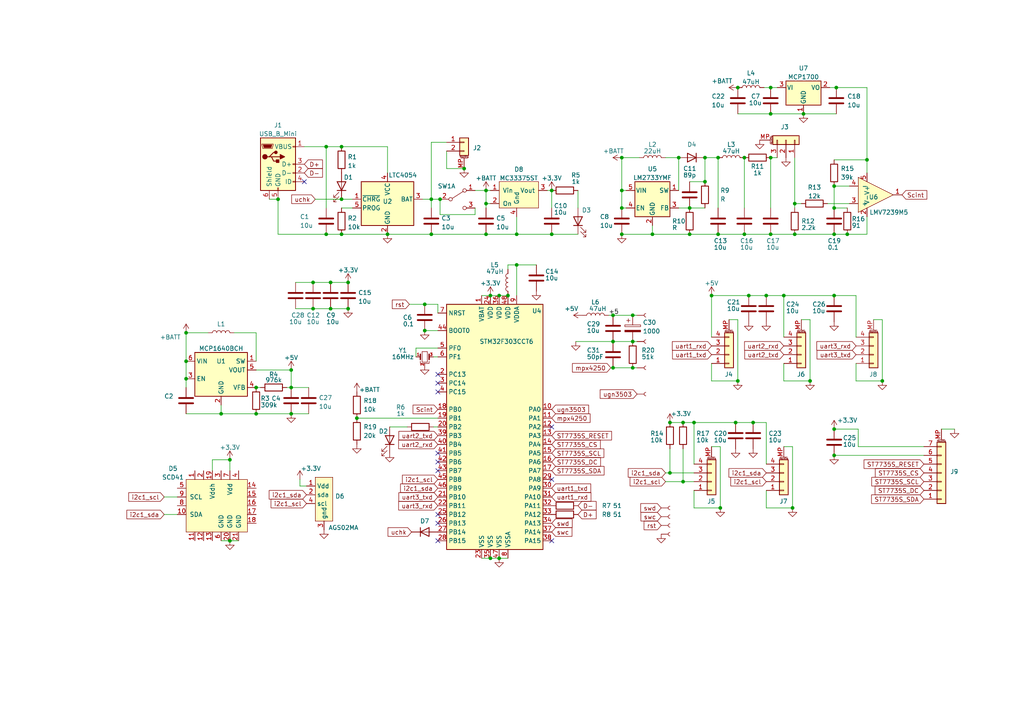
<source format=kicad_sch>
(kicad_sch (version 20211123) (generator eeschema)
  (paper "A4")
  (title_block (title "AirAnalizer") (company "Maniak003"))
  (junction (at 183.515 106.68))
  (junction (at 213.36 122.555))
  (junction (at 180.34 55.245))
  (junction (at 200.025 67.945))
  (junction (at 241.935 60.325))
  (junction (at 196.85 45.72))
  (junction (at 241.935 53.975))
  (junction (at 230.505 67.945))
  (junction (at 194.31 122.555))
  (junction (at 229.87 147.32))
  (junction (at 142.24 85.725))
  (junction (at 227.33 85.725))
  (junction (at 241.935 132.08))
  (junction (at 218.44 122.555))
  (junction (at 206.375 85.725))
  (junction (at 160.02 67.945))
  (junction (at 144.78 161.925))
  (junction (at 95.885 81.915))
  (junction (at 223.52 33.02))
  (junction (at 90.805 81.915))
  (junction (at 160.02 55.245))
  (junction (at 201.295 122.555))
  (junction (at 213.995 110.49))
  (junction (at 74.295 112.395))
  (junction (at 94.615 67.945))
  (junction (at 80.645 57.785))
  (junction (at 189.23 67.945))
  (junction (at 66.675 156.845))
  (junction (at 183.515 91.44))
  (junction (at 217.17 85.725))
  (junction (at 213.995 25.4))
  (junction (at 125.095 57.785))
  (junction (at 100.965 81.915))
  (junction (at 200.025 60.325))
  (junction (at 204.47 52.705))
  (junction (at 112.395 67.945))
  (junction (at 53.975 109.855))
  (junction (at 103.505 121.285))
  (junction (at 84.455 112.395))
  (junction (at 242.57 25.4))
  (junction (at 180.34 45.72))
  (junction (at 177.8 91.44))
  (junction (at 177.8 99.06))
  (junction (at 223.52 25.4))
  (junction (at 230.505 59.055))
  (junction (at 142.24 161.925))
  (junction (at 177.8 106.68))
  (junction (at 245.745 67.945))
  (junction (at 208.915 147.32))
  (junction (at 84.455 120.015))
  (junction (at 95.885 89.535))
  (junction (at 99.06 67.945))
  (junction (at 140.97 59.055))
  (junction (at 255.905 110.49))
  (junction (at 123.19 88.265))
  (junction (at 208.28 67.945))
  (junction (at 53.975 96.52))
  (junction (at 251.46 46.355))
  (junction (at 223.52 45.72))
  (junction (at 140.97 55.245))
  (junction (at 204.47 45.72))
  (junction (at 149.86 76.835))
  (junction (at 241.935 85.725))
  (junction (at 99.06 42.545))
  (junction (at 99.06 57.785))
  (junction (at 64.135 120.015))
  (junction (at 241.935 124.46))
  (junction (at 74.295 120.015))
  (junction (at 123.19 95.885))
  (junction (at 222.25 85.725))
  (junction (at 90.805 89.535))
  (junction (at 215.9 67.945))
  (junction (at 208.28 45.72))
  (junction (at 198.12 122.555))
  (junction (at 84.455 107.315))
  (junction (at 223.52 67.945))
  (junction (at 140.97 67.945))
  (junction (at 183.515 99.06))
  (junction (at 180.34 60.325))
  (junction (at 94.615 42.545))
  (junction (at 198.12 139.7))
  (junction (at 66.675 133.35))
  (junction (at 147.32 85.725))
  (junction (at 233.045 33.02))
  (junction (at 180.34 67.945))
  (junction (at 100.965 89.535))
  (junction (at 194.31 137.16))
  (junction (at 134.62 48.895))
  (junction (at 241.935 67.945))
  (junction (at 53.975 104.775))
  (junction (at 144.78 85.725))
  (junction (at 215.9 45.72))
  (junction (at 125.095 67.945))
  (junction (at 234.95 110.49))
  (junction (at 127.635 57.785))
  (junction (at 149.86 67.945))
  (no_connect (at 127 113.665))
  (no_connect (at 127 136.525))
  (no_connect (at 127 133.985))
  (no_connect (at 160.02 123.825))
  (no_connect (at 127 151.765))
  (no_connect (at 127 111.125))
  (no_connect (at 127 156.845))
  (no_connect (at 160.02 156.845))
  (no_connect (at 127 149.225))
  (no_connect (at 127 131.445))
  (no_connect (at 127 108.585))
  (no_connect (at 88.265 52.705))
  (no_connect (at 160.02 139.065))
  (wire (pts (xy 88.265 42.545) (xy 94.615 42.545)))
  (wire (pts (xy 99.06 57.785) (xy 102.235 57.785)))
  (wire (pts (xy 201.295 122.555) (xy 201.295 134.62)))
  (wire (pts (xy 180.34 55.245) (xy 180.34 60.325)))
  (wire (pts (xy 155.575 76.835) (xy 149.86 76.835)))
  (wire (pts (xy 177.8 106.68) (xy 183.515 106.68)))
  (wire (pts (xy 217.17 85.725) (xy 222.25 85.725)))
  (wire (pts (xy 198.12 139.7) (xy 201.295 139.7)))
  (wire (pts (xy 53.975 109.855) (xy 53.975 112.395)))
  (wire (pts (xy 112.395 50.165) (xy 112.395 42.545)))
  (wire (pts (xy 140.97 55.245) (xy 142.24 55.245)))
  (wire (pts (xy 160.02 67.945) (xy 167.64 67.945)))
  (wire (pts (xy 129.54 43.815) (xy 129.54 48.895)))
  (wire (pts (xy 94.615 42.545) (xy 94.615 60.325)))
  (wire (pts (xy 222.25 122.555) (xy 218.44 122.555)))
  (wire (pts (xy 223.52 25.4) (xy 225.425 25.4)))
  (wire (pts (xy 83.185 112.395) (xy 84.455 112.395)))
  (wire (pts (xy 227.33 129.54) (xy 229.87 129.54)))
  (wire (pts (xy 221.615 25.4) (xy 223.52 25.4)))
  (wire (pts (xy 206.375 129.54) (xy 208.915 129.54)))
  (wire (pts (xy 53.975 120.015) (xy 64.135 120.015)))
  (wire (pts (xy 74.295 112.395) (xy 75.565 112.395)))
  (wire (pts (xy 127 90.805) (xy 127 88.265)))
  (wire (pts (xy 230.505 59.055) (xy 230.505 60.325)))
  (wire (pts (xy 142.24 85.725) (xy 144.78 85.725)))
  (wire (pts (xy 183.515 106.68) (xy 184.785 106.68)))
  (wire (pts (xy 198.12 130.175) (xy 198.12 139.7)))
  (wire (pts (xy 85.725 81.915) (xy 90.805 81.915)))
  (wire (pts (xy 240.03 59.055) (xy 246.38 59.055)))
  (wire (pts (xy 248.285 110.49) (xy 255.905 110.49)))
  (wire (pts (xy 125.73 103.505) (xy 127 103.505)))
  (wire (pts (xy 180.34 45.72) (xy 185.42 45.72)))
  (wire (pts (xy 125.73 123.825) (xy 127 123.825)))
  (wire (pts (xy 84.455 120.015) (xy 89.535 120.015)))
  (wire (pts (xy 222.25 85.725) (xy 227.33 85.725)))
  (wire (pts (xy 230.505 45.72) (xy 230.505 59.055)))
  (wire (pts (xy 94.615 67.945) (xy 99.06 67.945)))
  (wire (pts (xy 112.395 67.945) (xy 125.095 67.945)))
  (wire (pts (xy 85.725 89.535) (xy 90.805 89.535)))
  (wire (pts (xy 213.995 33.02) (xy 223.52 33.02)))
  (wire (pts (xy 241.935 53.975) (xy 241.935 60.325)))
  (wire (pts (xy 234.95 110.49) (xy 234.95 92.71)))
  (wire (pts (xy 222.25 147.32) (xy 229.87 147.32)))
  (wire (pts (xy 215.9 45.72) (xy 215.9 60.325)))
  (wire (pts (xy 99.06 60.325) (xy 102.235 60.325)))
  (wire (pts (xy 248.285 105.41) (xy 248.285 110.49)))
  (wire (pts (xy 180.34 60.325) (xy 181.61 60.325)))
  (wire (pts (xy 149.86 67.945) (xy 140.97 67.945)))
  (wire (pts (xy 189.23 65.405) (xy 189.23 67.945)))
  (wire (pts (xy 125.095 57.785) (xy 127.635 57.785)))
  (wire (pts (xy 194.31 137.16) (xy 201.295 137.16)))
  (wire (pts (xy 118.745 88.265) (xy 123.19 88.265)))
  (wire (pts (xy 251.46 67.945) (xy 245.745 67.945)))
  (wire (pts (xy 139.7 85.725) (xy 142.24 85.725)))
  (wire (pts (xy 189.23 67.945) (xy 200.025 67.945)))
  (wire (pts (xy 204.47 45.72) (xy 204.47 52.705)))
  (wire (pts (xy 223.52 33.02) (xy 233.045 33.02)))
  (wire (pts (xy 137.795 55.245) (xy 140.97 55.245)))
  (wire (pts (xy 240.665 25.4) (xy 242.57 25.4)))
  (wire (pts (xy 47.625 144.145) (xy 51.435 144.145)))
  (wire (pts (xy 88.9 140.97) (xy 86.995 140.97)))
  (wire (pts (xy 230.505 67.945) (xy 241.935 67.945)))
  (wire (pts (xy 208.28 67.945) (xy 215.9 67.945)))
  (wire (pts (xy 78.105 57.785) (xy 80.645 57.785)))
  (wire (pts (xy 61.595 133.35) (xy 66.675 133.35)))
  (wire (pts (xy 201.295 147.32) (xy 208.915 147.32)))
  (wire (pts (xy 180.34 45.72) (xy 180.34 55.245)))
  (wire (pts (xy 215.9 67.945) (xy 223.52 67.945)))
  (wire (pts (xy 248.92 129.54) (xy 248.92 124.46)))
  (wire (pts (xy 66.675 133.35) (xy 66.675 136.525)))
  (wire (pts (xy 193.04 45.72) (xy 196.85 45.72)))
  (wire (pts (xy 53.975 96.52) (xy 53.975 104.775)))
  (wire (pts (xy 64.135 117.475) (xy 64.135 120.015)))
  (wire (pts (xy 53.975 104.775) (xy 53.975 109.855)))
  (wire (pts (xy 112.395 42.545) (xy 99.06 42.545)))
  (wire (pts (xy 201.295 122.555) (xy 213.36 122.555)))
  (wire (pts (xy 158.75 55.245) (xy 160.02 55.245)))
  (wire (pts (xy 213.36 122.555) (xy 218.44 122.555)))
  (wire (pts (xy 176.53 91.44) (xy 177.8 91.44)))
  (wire (pts (xy 140.97 59.055) (xy 140.97 60.325)))
  (wire (pts (xy 61.595 136.525) (xy 61.595 133.35)))
  (wire (pts (xy 147.32 76.835) (xy 147.32 78.105)))
  (wire (pts (xy 248.92 124.46) (xy 241.935 124.46)))
  (wire (pts (xy 74.295 107.315) (xy 84.455 107.315)))
  (wire (pts (xy 144.78 161.925) (xy 147.32 161.925)))
  (wire (pts (xy 127 100.965) (xy 120.65 100.965)))
  (wire (pts (xy 227.33 110.49) (xy 234.95 110.49)))
  (wire (pts (xy 183.515 91.44) (xy 184.785 91.44)))
  (wire (pts (xy 201.295 122.555) (xy 198.12 122.555)))
  (wire (pts (xy 242.57 25.4) (xy 251.46 25.4)))
  (wire (pts (xy 123.19 95.885) (xy 127 95.885)))
  (wire (pts (xy 227.33 85.725) (xy 227.33 97.79)))
  (wire (pts (xy 200.025 52.705) (xy 204.47 52.705)))
  (wire (pts (xy 177.165 106.68) (xy 177.8 106.68)))
  (wire (pts (xy 80.645 57.785) (xy 80.645 67.945)))
  (wire (pts (xy 201.295 142.24) (xy 201.295 147.32)))
  (wire (pts (xy 241.935 53.975) (xy 246.38 53.975)))
  (wire (pts (xy 211.455 92.71) (xy 213.995 92.71)))
  (wire (pts (xy 125.095 41.275) (xy 125.095 57.785)))
  (wire (pts (xy 137.795 60.325) (xy 137.795 62.23)))
  (wire (pts (xy 222.25 142.24) (xy 222.25 147.32)))
  (wire (pts (xy 99.06 67.945) (xy 112.395 67.945)))
  (wire (pts (xy 241.935 46.355) (xy 251.46 46.355)))
  (wire (pts (xy 142.24 161.925) (xy 144.78 161.925)))
  (wire (pts (xy 95.885 89.535) (xy 100.965 89.535)))
  (wire (pts (xy 251.46 62.865) (xy 251.46 67.945)))
  (wire (pts (xy 180.34 67.945) (xy 189.23 67.945)))
  (wire (pts (xy 66.675 156.845) (xy 69.215 156.845)))
  (wire (pts (xy 84.455 107.315) (xy 84.455 112.395)))
  (wire (pts (xy 167.005 99.06) (xy 177.8 99.06)))
  (wire (pts (xy 60.325 96.52) (xy 53.975 96.52)))
  (wire (pts (xy 229.87 129.54) (xy 229.87 147.32)))
  (wire (pts (xy 248.285 85.725) (xy 241.935 85.725)))
  (wire (pts (xy 251.46 25.4) (xy 251.46 46.355)))
  (wire (pts (xy 144.78 85.725) (xy 147.32 85.725)))
  (wire (pts (xy 206.375 105.41) (xy 206.375 110.49)))
  (wire (pts (xy 241.935 132.08) (xy 267.97 132.08)))
  (wire (pts (xy 125.095 67.945) (xy 140.97 67.945)))
  (wire (pts (xy 84.455 112.395) (xy 89.535 112.395)))
  (wire (pts (xy 125.095 57.785) (xy 125.095 60.325)))
  (wire (pts (xy 127.635 62.23) (xy 127.635 57.785)))
  (wire (pts (xy 90.805 81.915) (xy 95.885 81.915)))
  (wire (pts (xy 139.7 161.925) (xy 142.24 161.925)))
  (wire (pts (xy 193.04 139.7) (xy 198.12 139.7)))
  (wire (pts (xy 95.885 81.915) (xy 100.965 81.915)))
  (wire (pts (xy 206.375 85.725) (xy 206.375 97.79)))
  (wire (pts (xy 103.505 121.285) (xy 127 121.285)))
  (wire (pts (xy 204.47 60.325) (xy 200.025 60.325)))
  (wire (pts (xy 137.795 62.23) (xy 127.635 62.23)))
  (wire (pts (xy 94.615 42.545) (xy 99.06 42.545)))
  (wire (pts (xy 80.645 67.945) (xy 94.615 67.945)))
  (wire (pts (xy 140.97 55.245) (xy 140.97 59.055)))
  (wire (pts (xy 276.86 124.46) (xy 273.05 124.46)))
  (wire (pts (xy 223.52 45.72) (xy 223.52 60.325)))
  (wire (pts (xy 208.28 45.72) (xy 208.28 60.325)))
  (wire (pts (xy 200.025 67.945) (xy 208.28 67.945)))
  (wire (pts (xy 122.555 57.785) (xy 125.095 57.785)))
  (wire (pts (xy 129.54 48.895) (xy 134.62 48.895)))
  (wire (pts (xy 223.52 67.945) (xy 230.505 67.945)))
  (wire (pts (xy 241.935 60.325) (xy 245.745 60.325)))
  (wire (pts (xy 149.86 62.865) (xy 149.86 67.945)))
  (wire (pts (xy 253.365 92.71) (xy 255.905 92.71)))
  (wire (pts (xy 91.44 57.785) (xy 99.06 57.785)))
  (wire (pts (xy 67.945 96.52) (xy 74.295 96.52)))
  (wire (pts (xy 194.31 130.175) (xy 194.31 137.16)))
  (wire (pts (xy 64.135 156.845) (xy 66.675 156.845)))
  (wire (pts (xy 204.47 45.72) (xy 208.28 45.72)))
  (wire (pts (xy 129.54 41.275) (xy 125.095 41.275)))
  (wire (pts (xy 227.33 85.725) (xy 241.935 85.725)))
  (wire (pts (xy 127 88.265) (xy 123.19 88.265)))
  (wire (pts (xy 223.52 45.72) (xy 225.425 45.72)))
  (wire (pts (xy 196.85 45.72) (xy 196.85 55.245)))
  (wire (pts (xy 74.295 120.015) (xy 84.455 120.015)))
  (wire (pts (xy 233.045 33.02) (xy 242.57 33.02)))
  (wire (pts (xy 213.995 92.71) (xy 213.995 110.49)))
  (wire (pts (xy 113.03 123.825) (xy 118.11 123.825)))
  (wire (pts (xy 86.995 140.97) (xy 86.995 139.065)))
  (wire (pts (xy 196.85 60.325) (xy 200.025 60.325)))
  (wire (pts (xy 227.33 105.41) (xy 227.33 110.49)))
  (wire (pts (xy 241.935 67.945) (xy 245.745 67.945)))
  (wire (pts (xy 255.905 92.71) (xy 255.905 110.49)))
  (wire (pts (xy 208.915 129.54) (xy 208.915 147.32)))
  (wire (pts (xy 160.02 55.245) (xy 160.02 60.325)))
  (wire (pts (xy 47.625 149.225) (xy 51.435 149.225)))
  (wire (pts (xy 177.8 91.44) (xy 183.515 91.44)))
  (wire (pts (xy 193.04 137.16) (xy 194.31 137.16)))
  (wire (pts (xy 120.65 100.965) (xy 120.65 103.505)))
  (wire (pts (xy 149.86 76.835) (xy 149.86 85.725)))
  (wire (pts (xy 230.505 59.055) (xy 232.41 59.055)))
  (wire (pts (xy 206.375 110.49) (xy 213.995 110.49)))
  (wire (pts (xy 184.785 99.06) (xy 183.515 99.06)))
  (wire (pts (xy 140.97 59.055) (xy 142.24 59.055)))
  (wire (pts (xy 90.805 89.535) (xy 95.885 89.535)))
  (wire (pts (xy 248.285 85.725) (xy 248.285 97.79)))
  (wire (pts (xy 180.34 55.245) (xy 181.61 55.245)))
  (wire (pts (xy 177.8 99.06) (xy 183.515 99.06)))
  (wire (pts (xy 251.46 46.355) (xy 251.46 50.165)))
  (wire (pts (xy 64.135 120.015) (xy 74.295 120.015)))
  (wire (pts (xy 149.86 67.945) (xy 160.02 67.945)))
  (wire (pts (xy 267.97 129.54) (xy 248.92 129.54)))
  (wire (pts (xy 222.25 134.62) (xy 222.25 122.555)))
  (wire (pts (xy 149.86 76.835) (xy 147.32 76.835)))
  (wire (pts (xy 194.31 122.555) (xy 198.12 122.555)))
  (wire (pts (xy 74.295 96.52) (xy 74.295 104.775)))
  (wire (pts (xy 232.41 92.71) (xy 234.95 92.71)))
  (wire (pts (xy 206.375 85.725) (xy 217.17 85.725)))
  (wire (pts (xy 167.64 55.245) (xy 167.64 60.325)))
  (label "+5" (at 176.53 91.44 0))
  (global_label "i2c1_scl" (shape input) (at 88.9 146.05 180) (property "Обозначения листов" "${INTERSHEET_REFS}" (effects hide)))
  (global_label "D+" (shape input) (at 88.265 47.625 0) (property "Обозначения листов" "${INTERSHEET_REFS}" (effects hide)))
  (global_label "ST7735S_DC" (shape input) (at 160.02 133.985 0) (property "Обозначения листов" "${INTERSHEET_REFS}" (effects hide)))
  (global_label "ST7735S_DC" (shape input) (at 267.97 142.24 180) (property "Обозначения листов" "${INTERSHEET_REFS}" (effects hide)))
  (global_label "uart2_rxd" (shape input) (at 127 128.905 180) (property "Обозначения листов" "${INTERSHEET_REFS}" (effects hide)))
  (global_label "swc" (shape input) (at 191.77 149.86 180) (property "Обозначения листов" "${INTERSHEET_REFS}" (effects hide)))
  (global_label "swc" (shape input) (at 160.02 154.305 0) (property "Обозначения листов" "${INTERSHEET_REFS}" (effects hide)))
  (global_label "mpx4250" (shape input) (at 160.02 121.285 0) (property "Обозначения листов" "${INTERSHEET_REFS}" (effects hide)))
  (global_label "ugn3503" (shape input) (at 184.785 114.3 180) (property "Обозначения листов" "${INTERSHEET_REFS}" (effects hide)))
  (global_label "ST7735S_SDA" (shape input) (at 160.02 136.525 0) (property "Обозначения листов" "${INTERSHEET_REFS}" (effects hide)))
  (global_label "i2c1_sda" (shape input) (at 47.625 149.225 180) (property "Обозначения листов" "${INTERSHEET_REFS}" (effects hide)))
  (global_label "swd" (shape input) (at 191.77 147.32 180) (property "Обозначения листов" "${INTERSHEET_REFS}" (effects hide)))
  (global_label "uchk" (shape input) (at 91.44 57.785 180) (property "Обозначения листов" "${INTERSHEET_REFS}" (effects hide)))
  (global_label "rst" (shape input) (at 118.745 88.265 180) (property "Обозначения листов" "${INTERSHEET_REFS}" (effects hide)))
  (global_label "i2c1_sda" (shape input) (at 193.04 137.16 180) (property "Обозначения листов" "${INTERSHEET_REFS}" (effects hide)))
  (global_label "i2c1_scl" (shape input) (at 47.625 144.145 180) (property "Обозначения листов" "${INTERSHEET_REFS}" (effects hide)))
  (global_label "Scint" (shape input) (at 261.62 56.515 0) (property "Обозначения листов" "${INTERSHEET_REFS}" (effects hide)))
  (global_label "uart3_txd" (shape input) (at 248.285 102.87 180) (property "Обозначения листов" "${INTERSHEET_REFS}" (effects hide)))
  (global_label "ST7735S_SCL" (shape input) (at 160.02 131.445 0) (property "Обозначения листов" "${INTERSHEET_REFS}" (effects hide)))
  (global_label "uart1_txd" (shape input) (at 206.375 102.87 180) (property "Обозначения листов" "${INTERSHEET_REFS}" (effects hide)))
  (global_label "swd" (shape input) (at 160.02 151.765 0) (property "Обозначения листов" "${INTERSHEET_REFS}" (effects hide)))
  (global_label "i2c1_scl" (shape input) (at 193.04 139.7 180) (property "Обозначения листов" "${INTERSHEET_REFS}" (effects hide)))
  (global_label "i2c1_scl" (shape input) (at 127 139.065 180) (property "Обозначения листов" "${INTERSHEET_REFS}" (effects hide)))
  (global_label "rst" (shape input) (at 191.77 152.4 180) (property "Обозначения листов" "${INTERSHEET_REFS}" (effects hide)))
  (global_label "i2c1_scl" (shape input) (at 222.25 139.7 180) (property "Обозначения листов" "${INTERSHEET_REFS}" (effects hide)))
  (global_label "ST7735S_SDA" (shape input) (at 267.97 144.78 180) (property "Обозначения листов" "${INTERSHEET_REFS}" (effects hide)))
  (global_label "i2c1_sda" (shape input) (at 222.25 137.16 180) (property "Обозначения листов" "${INTERSHEET_REFS}" (effects hide)))
  (global_label "uart3_rxd" (shape input) (at 127 146.685 180) (property "Обозначения листов" "${INTERSHEET_REFS}" (effects hide)))
  (global_label "mpx4250" (shape input) (at 177.165 106.68 180) (property "Обозначения листов" "${INTERSHEET_REFS}" (effects hide)))
  (global_label "Scint" (shape input) (at 127 118.745 180) (property "Обозначения листов" "${INTERSHEET_REFS}" (effects hide)))
  (global_label "ST7735S_SCL" (shape input) (at 267.97 139.7 180) (property "Обозначения листов" "${INTERSHEET_REFS}" (effects hide)))
  (global_label "uchk" (shape input) (at 119.38 154.305 180) (property "Обозначения листов" "${INTERSHEET_REFS}" (effects hide)))
  (global_label "ugn3503" (shape input) (at 160.02 118.745 0) (property "Обозначения листов" "${INTERSHEET_REFS}" (effects hide)))
  (global_label "ST7735S_CS" (shape input) (at 267.97 137.16 180) (property "Обозначения листов" "${INTERSHEET_REFS}" (effects hide)))
  (global_label "uart1_rxd" (shape input) (at 160.02 144.145 0) (property "Обозначения листов" "${INTERSHEET_REFS}" (effects hide)))
  (global_label "uart2_txd" (shape input) (at 227.33 102.87 180) (property "Обозначения листов" "${INTERSHEET_REFS}" (effects hide)))
  (global_label "D+" (shape input) (at 167.64 149.225 0) (property "Обозначения листов" "${INTERSHEET_REFS}" (effects hide)))
  (global_label "uart3_rxd" (shape input) (at 248.285 100.33 180) (property "Обозначения листов" "${INTERSHEET_REFS}" (effects hide)))
  (global_label "ST7735S_CS" (shape input) (at 160.02 128.905 0) (property "Обозначения листов" "${INTERSHEET_REFS}" (effects hide)))
  (global_label "ST7735S_RESET" (shape input) (at 160.02 126.365 0) (property "Обозначения листов" "${INTERSHEET_REFS}" (effects hide)))
  (global_label "ST7735S_RESET" (shape input) (at 267.97 134.62 180) (property "Обозначения листов" "${INTERSHEET_REFS}" (effects hide)))
  (global_label "uart1_txd" (shape input) (at 160.02 141.605 0) (property "Обозначения листов" "${INTERSHEET_REFS}" (effects hide)))
  (global_label "i2c1_sda" (shape input) (at 88.9 143.51 180) (property "Обозначения листов" "${INTERSHEET_REFS}" (effects hide)))
  (global_label "i2c1_sda" (shape input) (at 127 141.605 180) (property "Обозначения листов" "${INTERSHEET_REFS}" (effects hide)))
  (global_label "uart1_rxd" (shape input) (at 206.375 100.33 180) (property "Обозначения листов" "${INTERSHEET_REFS}" (effects hide)))
  (global_label "D-" (shape input) (at 167.64 146.685 0) (property "Обозначения листов" "${INTERSHEET_REFS}" (effects hide)))
  (global_label "uart2_rxd" (shape input) (at 227.33 100.33 180) (property "Обозначения листов" "${INTERSHEET_REFS}" (effects hide)))
  (global_label "uart2_txd" (shape input) (at 127 126.365 180) (property "Обозначения листов" "${INTERSHEET_REFS}" (effects hide)))
  (global_label "D-" (shape input) (at 88.265 50.165 0) (property "Обозначения листов" "${INTERSHEET_REFS}" (effects hide)))
  (global_label "uart3_txd" (shape input) (at 127 144.145 180) (property "Обозначения листов" "${INTERSHEET_REFS}" (effects hide)))
  (symbol (lib_id "My-Library:AGS02MA") (at 93.98 144.78 0) (unit 1)
    (property "Reference" "D6" (at 97.2312 143.9453 0) (effects (justify left)))
    (property "Value" "AGS02MA" (at 95.25 153.035 0) (effects (justify left)))
    (property "Footprint" "lib:AGS02MA" (effects hide))
  )
  (symbol (lib_id "Device:R") (at 194.31 126.365 180) (unit 1)
    (property "Reference" "R14" (at 188.595 125.73 0) (effects (justify right)))
    (property "Value" "10k" (at 188.595 127.635 0) (effects (justify right)))
    (property "Footprint" "Resistor_SMD:R_0603_1608Metric" (effects hide))
  )
  (symbol (lib_id "power:+3.3V") (at 100.965 81.915 0) (unit 1)
    (property "Reference" "#PWR0110" (effects hide))
    (property "Value" "+3.3V" (at 100.965 78.3392 0))
  )
  (symbol (lib_id "power:+BATT") (at 180.34 45.72 90) (unit 1)
    (property "Reference" "#PWR0115" (effects hide))
    (property "Value" "+BATT" (at 180.975 43.815 90) (effects (justify left)))
  )
  (symbol (lib_id "power:GND") (at 229.87 147.32 0) (unit 1)
    (property "Reference" "#PWR0141" (effects hide))
    (property "Value" "GND" (effects hide))
  )
  (symbol (lib_id "Device:C") (at 89.535 116.205 0) (unit 1)
    (property "Reference" "C27" (at 92.456 115.3703 0) (effects (justify left)))
    (property "Value" "10u" (at 92.456 117.9072 0) (effects (justify left)))
    (property "Footprint" "Capacitor_SMD:C_0805_2012Metric" (effects hide))
  )
  (symbol (lib_id "Device:C") (at 241.935 89.535 0) (unit 1)
    (property "Reference" "C26" (at 235.585 88.265 0) (effects (justify left)))
    (property "Value" "10u" (at 235.585 90.17 0) (effects (justify left)))
    (property "Footprint" "Capacitor_SMD:C_0805_2012Metric" (effects hide))
  )
  (symbol (lib_id "My-Library:Conn") (at 187.325 114.3 0) (unit 1)
    (property "Reference" "J17" (effects hide))
    (property "Value" "Conn" (effects hide))
    (property "Footprint" "MyLibrary:mini_conn" (effects hide))
  )
  (symbol (lib_id "Device:R") (at 103.505 117.475 180) (unit 1)
    (property "Reference" "R18" (at 105.41 116.2049 0) (effects (justify right)))
    (property "Value" "10k" (at 105.41 118.7449 0) (effects (justify right)))
    (property "Footprint" "Resistor_SMD:R_0603_1608Metric" (effects hide))
  )
  (symbol (lib_id "power:+3.3V") (at 142.24 85.725 0) (unit 1)
    (property "Reference" "#PWR0101" (effects hide))
    (property "Value" "+3.3V" (at 142.24 82.1492 0))
  )
  (symbol (lib_id "Device:R") (at 230.505 64.135 180) (unit 1)
    (property "Reference" "R12" (at 232.41 64.135 0) (effects (justify right)))
    (property "Value" "2.2k" (at 232.41 66.04 0) (effects (justify right)))
    (property "Footprint" "Resistor_SMD:R_0603_1608Metric" (effects hide))
  )
  (symbol (lib_id "Device:C") (at 222.25 89.535 0) (unit 1)
    (property "Reference" "C24" (at 227.965 88.265 0) (effects (justify left)))
    (property "Value" "10u" (at 227.965 90.17 0) (effects (justify left)))
    (property "Footprint" "Capacitor_SMD:C_0805_2012Metric" (effects hide))
  )
  (symbol (lib_id "power:GND") (at 123.19 106.045 0) (unit 1)
    (property "Reference" "#PWR0103" (effects hide))
    (property "Value" "GND" (effects hide))
  )
  (symbol (lib_id "power:GND") (at 123.19 95.885 0) (unit 1)
    (property "Reference" "#PWR0104" (effects hide))
    (property "Value" "GND" (effects hide))
  )
  (symbol (lib_id "Device:R") (at 121.92 123.825 90) (unit 1)
    (property "Reference" "R6" (at 116.205 118.11 90))
    (property "Value" "1k" (at 116.205 120.015 90))
    (property "Footprint" "Resistor_SMD:R_0603_1608Metric" (effects hide))
  )
  (symbol (lib_id "Device:C") (at 213.995 29.21 0) (unit 1)
    (property "Reference" "C22" (at 206.375 27.94 0) (effects (justify left)))
    (property "Value" "10u" (at 206.375 30.48 0) (effects (justify left)))
    (property "Footprint" "Capacitor_SMD:C_0805_2012Metric" (effects hide))
  )
  (symbol (lib_id "power:+BATT") (at 103.505 113.665 0) (unit 1)
    (property "Reference" "#PWR02" (effects hide))
    (property "Value" "+BATT" (at 104.14 113.03 0) (effects (justify left)))
  )
  (symbol (lib_id "Device:C") (at 242.57 29.21 0) (unit 1)
    (property "Reference" "C18" (at 245.745 27.94 0) (effects (justify left)))
    (property "Value" "10u" (at 245.745 30.48 0) (effects (justify left)))
    (property "Footprint" "Capacitor_SMD:C_0805_2012Metric" (effects hide))
  )
  (symbol (lib_id "Device:C_Polarized") (at 183.515 95.25 0) (unit 1)
    (property "Reference" "C30" (at 186.436 93.5263 0) (effects (justify left)))
    (property "Value" "1000" (at 186.436 96.0632 0) (effects (justify left)))
    (property "Footprint" "Capacitor_Tantalum_SMD:CP_EIA-7343-30_AVX-N" (effects hide))
  )
  (symbol (lib_id "power:GND") (at 93.98 153.67 0) (unit 1)
    (property "Reference" "#PWR0135" (effects hide))
    (property "Value" "GND" (effects hide))
  )
  (symbol (lib_id "Device:LED") (at 113.03 127.635 270) (mirror x) (unit 1)
    (property "Reference" "D2" (at 109.855 125.095 90) (effects (justify left)))
    (property "Value" "LED" (effects hide))
    (property "Footprint" "LED_SMD:LED_0805_2012Metric" (effects hide))
  )
  (symbol (lib_id "My-Library:LMV7239M5") (at 252.73 56.515 0) (unit 1)
    (property "Reference" "U6" (at 253.365 57.15 0))
    (property "Value" "LMV7239M5" (at 257.81 61.595 0))
    (property "Footprint" "Package_TO_SOT_SMD:SOT-23-5" (effects hide))
  )
  (symbol (lib_id "My-Library:Conn") (at 194.31 149.86 0) (unit 1)
    (property "Reference" "J11" (effects hide))
    (property "Value" "Conn" (effects hide))
    (property "Footprint" "lib:conn_mini" (effects hide))
  )
  (symbol (lib_id "Device:R") (at 241.935 50.165 0) (unit 1)
    (property "Reference" "R15" (at 243.84 48.8949 0) (effects (justify left)))
    (property "Value" "39k" (at 243.84 51.4349 0) (effects (justify left)))
    (property "Footprint" "Resistor_SMD:R_0603_1608Metric" (effects hide))
  )
  (symbol (lib_id "My-Library:Conn") (at 187.325 91.44 0) (unit 1)
    (property "Reference" "J16" (effects hide))
    (property "Value" "Conn" (effects hide))
    (property "Footprint" "lib:conn_mini" (effects hide))
  )
  (symbol (lib_id "Device:C") (at 223.52 64.135 0) (unit 1)
    (property "Reference" "C17" (at 222.25 69.85 0) (effects (justify left)))
    (property "Value" "10u" (at 222.25 71.755 0) (effects (justify left)))
    (property "Footprint" "Capacitor_SMD:C_1210_3225Metric" (effects hide))
  )
  (symbol (lib_id "Device:C") (at 218.44 126.365 0) (unit 1)
    (property "Reference" "C23" (at 222.885 125.73 0) (effects (justify left)))
    (property "Value" "10u" (at 222.885 127.635 0) (effects (justify left)))
    (property "Footprint" "Capacitor_SMD:C_0805_2012Metric" (effects hide))
  )
  (symbol (lib_id "Device:C") (at 140.97 64.135 0) (unit 1)
    (property "Reference" "C5" (at 143.891 63.3003 0) (effects (justify left)))
    (property "Value" "10u" (at 143.891 65.8372 0) (effects (justify left)))
    (property "Footprint" "Capacitor_SMD:C_0805_2012Metric" (effects hide))
  )
  (symbol (lib_id "power:+3.3V") (at 194.31 122.555 0) (unit 1)
    (property "Reference" "#PWR0120" (effects hide))
    (property "Value" "+3.3V" (at 197.485 120.015 0))
  )
  (symbol (lib_id "Device:L") (at 189.23 45.72 90) (unit 1)
    (property "Reference" "L2" (at 189.23 41.91 90))
    (property "Value" "22uH" (at 189.23 43.815 90))
    (property "Footprint" "Inductor_SMD:L_1210_3225Metric" (effects hide))
  )
  (symbol (lib_id "power:+5V") (at 206.375 85.725 0) (unit 1)
    (property "Reference" "#PWR0123" (effects hide))
    (property "Value" "+5V" (at 206.375 82.1492 0))
  )
  (symbol (lib_id "Device:C") (at 215.9 64.135 0) (unit 1)
    (property "Reference" "C16" (at 214.63 69.85 0) (effects (justify left)))
    (property "Value" "10u" (at 214.63 71.755 0) (effects (justify left)))
    (property "Footprint" "Capacitor_SMD:C_1210_3225Metric" (effects hide))
  )
  (symbol (lib_id "Device:R") (at 219.71 45.72 90) (unit 1)
    (property "Reference" "R11" (at 219.71 48.26 90))
    (property "Value" "1k" (at 219.71 50.165 90))
    (property "Footprint" "Resistor_SMD:R_0603_1608Metric" (effects hide))
  )
  (symbol (lib_id "power:GND") (at 112.395 67.945 0) (unit 1)
    (property "Reference" "#PWR0105" (effects hide))
    (property "Value" "GND" (effects hide))
  )
  (symbol (lib_id "Connector:USB_B_Mini") (at 80.645 47.625 0) (unit 1)
    (property "Reference" "J1" (at 80.645 36.3052 0))
    (property "Value" "USB_B_Mini" (at 80.645 38.8421 0))
    (property "Footprint" "Connector_USB:USB_Micro-B_Amphenol_10104110_Horizontal" (effects hide))
  )
  (symbol (lib_id "power:GND") (at 255.905 110.49 0) (unit 1)
    (property "Reference" "#PWR0142" (effects hide))
    (property "Value" "GND" (effects hide))
  )
  (symbol (lib_id "My-Library:SW_DPDT_x2") (at 132.715 57.785 0) (unit 1)
    (property "Reference" "SW1" (at 129.54 53.975 0))
    (property "Value" "SW_DPDT_x2" (effects hide))
    (property "Footprint" "lib:MySwithc" (effects hide))
  )
  (symbol (lib_id "My-Library:SCD41") (at 61.595 146.685 0) (unit 1)
    (property "Reference" "D5" (at 50.1763 135.8985 0))
    (property "Value" "SCD41" (at 50.1763 138.4354 0))
    (property "Footprint" "lib:SCD41" (effects hide))
  )
  (symbol (lib_id "Device:L") (at 64.135 96.52 90) (unit 1)
    (property "Reference" "L1" (at 64.135 93.98 90))
    (property "Value" "4.7uH" (effects hide))
    (property "Footprint" "Inductor_SMD:L_Ferrocore_DLG-0403" (effects hide))
  )
  (symbol (lib_id "Device:D") (at 123.19 154.305 0) (unit 1)
    (property "Reference" "D7" (at 123.19 151.13 0))
    (property "Value" "D" (effects hide))
    (property "Footprint" "Diode_SMD:D_SOD-323" (effects hide))
  )
  (symbol (lib_id "power:GND") (at 241.935 132.08 0) (unit 1)
    (property "Reference" "#PWR0132" (effects hide))
    (property "Value" "GND" (effects hide))
  )
  (symbol (lib_id "power:GND") (at 180.34 67.945 0) (unit 1)
    (property "Reference" "#PWR0114" (effects hide))
    (property "Value" "GND" (effects hide))
  )
  (symbol (lib_id "power:GND") (at 276.86 124.46 0) (unit 1)
    (property "Reference" "#PWR0143" (effects hide))
    (property "Value" "GND" (effects hide))
  )
  (symbol (lib_id "Connector_Generic_MountingPin:Conn_01x07_MountingPin") (at 273.05 137.16 0) (mirror x) (unit 1)
    (property "Reference" "J9" (at 275.59 136.8043 0) (effects (justify left)))
    (property "Value" "Conn_01x07_MountingPin" (effects hide))
    (property "Footprint" "Connector_JST:JST_GH_BM07B-GHS-TBT_1x07-1MP_P1.25mm_Vertical" (effects hide))
  )
  (symbol (lib_id "power:+3.3V") (at 241.935 124.46 0) (unit 1)
    (property "Reference" "#PWR0129" (effects hide))
    (property "Value" "+3.3V" (at 245.745 121.92 0))
  )
  (symbol (lib_id "power:GND") (at 213.36 130.175 0) (unit 1)
    (property "Reference" "#PWR0126" (effects hide))
    (property "Value" "GND" (effects hide))
  )
  (symbol (lib_id "Device:R") (at 99.06 64.135 0) (unit 1)
    (property "Reference" "R2" (at 100.838 63.3003 0) (effects (justify left)))
    (property "Value" "10k" (at 100.838 65.8372 0) (effects (justify left)))
    (property "Footprint" "Resistor_SMD:R_0603_1608Metric" (effects hide))
  )
  (symbol (lib_id "My-Library:Conn") (at 194.31 154.94 0) (unit 1)
    (property "Reference" "J13" (effects hide))
    (property "Value" "Conn" (effects hide))
    (property "Footprint" "lib:conn_mini" (effects hide))
  )
  (symbol (lib_id "power:+3.3V") (at 86.995 139.065 0) (unit 1)
    (property "Reference" "#PWR0133" (effects hide))
    (property "Value" "+3.3V" (at 90.17 135.89 0))
  )
  (symbol (lib_id "Device:C") (at 155.575 80.645 0) (unit 1)
    (property "Reference" "C14" (at 158.115 78.74 0) (effects (justify left)))
    (property "Value" "10u" (at 158.115 80.645 0) (effects (justify left)))
    (property "Footprint" "Capacitor_SMD:C_0603_1608Metric" (effects hide))
  )
  (symbol (lib_id "Device:C") (at 241.935 64.135 0) (unit 1)
    (property "Reference" "C19" (at 240.03 69.85 0) (effects (justify left)))
    (property "Value" "0.1" (at 240.03 71.755 0) (effects (justify left)))
    (property "Footprint" "Capacitor_SMD:C_0603_1608Metric" (effects hide))
  )
  (symbol (lib_id "Device:C") (at 85.725 85.725 0) (unit 1)
    (property "Reference" "C28" (at 84.455 91.44 0) (effects (justify left)))
    (property "Value" "10u" (at 83.82 93.345 0) (effects (justify left)))
    (property "Footprint" "Capacitor_SMD:C_0603_1608Metric" (effects hide))
  )
  (symbol (lib_id "Connector_Generic_MountingPin:Conn_01x04_MountingPin") (at 232.41 102.87 0) (mirror x) (unit 1)
    (property "Reference" "J6" (at 231.14 108.585 0) (effects (justify left)))
    (property "Value" "Conn_01x04_MountingPin" (effects hide))
    (property "Footprint" "Connector_JST:JST_GH_BM04B-GHS-TBT_1x04-1MP_P1.25mm_Vertical" (effects hide))
  )
  (symbol (lib_id "Device:C") (at 94.615 64.135 0) (unit 1)
    (property "Reference" "C1" (at 86.995 62.865 0) (effects (justify left)))
    (property "Value" "10u" (at 86.995 65.405 0) (effects (justify left)))
    (property "Footprint" "Capacitor_SMD:C_0805_2012Metric" (effects hide))
  )
  (symbol (lib_id "Device:C") (at 100.965 85.725 0) (unit 1)
    (property "Reference" "C15" (at 103.886 84.8903 0) (effects (justify left)))
    (property "Value" "10u" (at 103.886 87.4272 0) (effects (justify left)))
    (property "Footprint" "Capacitor_SMD:C_0805_2012Metric" (effects hide))
  )
  (symbol (lib_id "Device:L") (at 147.32 81.915 180) (unit 1)
    (property "Reference" "L5" (at 142.24 76.835 0) (effects (justify right)))
    (property "Value" "47uH" (at 140.97 78.74 0) (effects (justify right)))
    (property "Footprint" "Inductor_SMD:L_0805_2012Metric" (effects hide))
  )
  (symbol (lib_id "Device:R") (at 163.83 146.685 90) (unit 1)
    (property "Reference" "R7" (at 175.895 146.685 90))
    (property "Value" "51" (at 179.07 146.685 90))
    (property "Footprint" "Resistor_SMD:R_0603_1608Metric" (effects hide))
  )
  (symbol (lib_id "Connector_Generic_MountingPin:Conn_01x04_MountingPin") (at 206.375 139.7 0) (mirror x) (unit 1)
    (property "Reference" "J5" (at 205.105 145.415 0) (effects (justify left)))
    (property "Value" "Conn_01x04_MountingPin" (effects hide))
    (property "Footprint" "Connector_JST:JST_GH_BM04B-GHS-TBT_1x04-1MP_P1.25mm_Vertical" (effects hide))
  )
  (symbol (lib_id "power:GND") (at 167.005 99.06 0) (unit 1)
    (property "Reference" "#PWR07" (effects hide))
    (property "Value" "GND" (effects hide))
  )
  (symbol (lib_id "Device:C") (at 223.52 29.21 0) (unit 1)
    (property "Reference" "C7" (at 217.805 27.94 0) (effects (justify left)))
    (property "Value" "10u" (at 217.17 29.845 0) (effects (justify left)))
    (property "Footprint" "Capacitor_SMD:C_0805_2012Metric" (effects hide))
  )
  (symbol (lib_id "Device:R") (at 79.375 112.395 90) (unit 1)
    (property "Reference" "R4" (at 79.375 108.585 90))
    (property "Value" "976k" (at 79.375 110.2161 90))
    (property "Footprint" "Resistor_SMD:R_0603_1608Metric" (effects hide))
  )
  (symbol (lib_id "Device:C") (at 180.34 64.135 0) (unit 1)
    (property "Reference" "C8" (at 173.99 62.865 0) (effects (justify left)))
    (property "Value" "10u" (at 173.99 65.405 0) (effects (justify left)))
    (property "Footprint" "Capacitor_SMD:C_0805_2012Metric" (effects hide))
  )
  (symbol (lib_id "power:GND") (at 84.455 120.015 0) (unit 1)
    (property "Reference" "#PWR0113" (effects hide))
    (property "Value" "GND" (effects hide))
  )
  (symbol (lib_id "power:GND") (at 233.045 33.02 0) (unit 1)
    (property "Reference" "#PWR0134" (effects hide))
    (property "Value" "GND" (effects hide))
  )
  (symbol (lib_id "Device:R") (at 200.025 64.135 0) (unit 1)
    (property "Reference" "R10" (at 194.945 64.135 0) (effects (justify left)))
    (property "Value" "R" (at 194.945 66.04 0) (effects (justify left)))
    (property "Footprint" "Resistor_SMD:R_0603_1608Metric" (effects hide))
  )
  (symbol (lib_id "My-Library:MC33375ST") (at 149.86 57.785 0) (unit 1)
    (property "Reference" "D8" (at 150.495 49.1322 0))
    (property "Value" "MC33375ST" (at 150.495 51.6691 0))
    (property "Footprint" "Package_TO_SOT_SMD:SOT-223" (effects hide))
  )
  (symbol (lib_id "Device:C") (at 90.805 85.725 0) (unit 1)
    (property "Reference" "C12" (at 88.9 91.44 0) (effects (justify left)))
    (property "Value" "10u" (at 88.9 93.345 0) (effects (justify left)))
    (property "Footprint" "Capacitor_SMD:C_0805_2012Metric" (effects hide))
  )
  (symbol (lib_id "Device:C") (at 84.455 116.205 0) (unit 1)
    (property "Reference" "C4" (at 78.74 115.57 0) (effects (justify left)))
    (property "Value" "C" (effects hide))
    (property "Footprint" "Capacitor_SMD:C_0805_2012Metric" (effects hide))
  )
  (symbol (lib_id "power:GND") (at 144.78 161.925 0) (unit 1)
    (property "Reference" "#PWR0116" (effects hide))
    (property "Value" "GND" (effects hide))
  )
  (symbol (lib_id "Device:C") (at 125.095 64.135 0) (unit 1)
    (property "Reference" "C3" (at 128.016 63.3003 0) (effects (justify left)))
    (property "Value" "10u" (at 128.016 65.8372 0) (effects (justify left)))
    (property "Footprint" "Capacitor_SMD:C_0805_2012Metric" (effects hide))
  )
  (symbol (lib_id "power:GND") (at 217.17 93.345 0) (unit 1)
    (property "Reference" "#PWR0118" (effects hide))
    (property "Value" "GND" (effects hide))
  )
  (symbol (lib_id "MCU_ST_STM32F3:STM32F303CBTx") (at 144.78 123.825 0) (unit 1)
    (property "Reference" "U4" (at 154.305 90.17 0) (effects (justify left)))
    (property "Value" "STM32F303CCT6" (at 139.065 99.06 0) (effects (justify left)))
    (property "Footprint" "Package_QFP:LQFP-48_7x7mm_P0.5mm" (effects hide))
    (property "Datasheet" "http://www.st.com/st-web-ui/static/active/en/resource/technical/document/datasheet/DM00058181.pdf" (effects hide))
  )
  (symbol (lib_id "Device:C") (at 160.02 64.135 0) (unit 1)
    (property "Reference" "C10" (at 160.655 59.69 0) (effects (justify left)))
    (property "Value" "10u" (at 160.655 61.595 0) (effects (justify left)))
    (property "Footprint" "Capacitor_SMD:C_0603_1608Metric" (effects hide))
  )
  (symbol (lib_id "power:+5V") (at 168.91 91.44 90) (unit 1)
    (property "Reference" "#PWR06" (effects hide))
    (property "Value" "+5V" (at 165.735 89.535 90))
  )
  (symbol (lib_id "power:+3.3V") (at 160.02 55.245 0) (unit 1)
    (property "Reference" "#PWR0102" (effects hide))
    (property "Value" "+3.3V" (at 160.02 51.6692 0))
  )
  (symbol (lib_id "Connector_Generic_MountingPin:Conn_01x02_MountingPin") (at 134.62 41.275 0) (unit 1)
    (property "Reference" "J2" (at 137.16 42.9005 0) (effects (justify left)))
    (property "Value" "Conn_01x02_MountingPin" (effects hide))
    (property "Footprint" "Connector_JST:JST_GH_BM02B-GHS-TBT_1x02-1MP_P1.25mm_Vertical" (effects hide))
  )
  (symbol (lib_id "Device:R") (at 103.505 125.095 180) (unit 1)
    (property "Reference" "R19" (at 105.41 123.8249 0) (effects (justify right)))
    (property "Value" "20k" (at 105.41 126.3649 0) (effects (justify right)))
    (property "Footprint" "Resistor_SMD:R_0603_1608Metric" (effects hide))
  )
  (symbol (lib_id "My-Library:Conn") (at 187.325 99.06 0) (unit 1)
    (property "Reference" "J15" (effects hide))
    (property "Value" "Conn" (effects hide))
    (property "Footprint" "lib:conn_mini" (effects hide))
  )
  (symbol (lib_id "power:GND") (at 100.965 89.535 0) (unit 1)
    (property "Reference" "#PWR0109" (effects hide))
    (property "Value" "GND" (effects hide))
  )
  (symbol (lib_id "Device:C") (at 241.935 128.27 0) (unit 1)
    (property "Reference" "C25" (at 244.475 127 0) (effects (justify left)))
    (property "Value" "10u" (at 244.475 128.905 0) (effects (justify left)))
    (property "Footprint" "Capacitor_SMD:C_0603_1608Metric" (effects hide))
  )
  (symbol (lib_id "Device:C") (at 200.025 56.515 0) (unit 1)
    (property "Reference" "C11" (at 198.12 48.895 0) (effects (justify left)))
    (property "Value" "89p" (at 198.12 50.8 0) (effects (justify left)))
    (property "Footprint" "Capacitor_SMD:C_0603_1608Metric" (effects hide))
  )
  (symbol (lib_id "Battery_Management:LTC4054ES5-4.2") (at 112.395 57.785 0) (unit 1)
    (property "Reference" "U2" (at 112.395 58.42 0))
    (property "Value" "LTC4054" (at 116.84 50.8 0))
    (property "Footprint" "Package_TO_SOT_SMD:TSOT-23-5" (effects hide))
    (property "Datasheet" "https://www.analog.com/media/en/technical-documentation/data-sheets/405442xf.pdf" (effects hide))
  )
  (symbol (lib_id "power:GND") (at 155.575 84.455 0) (unit 1)
    (property "Reference" "#PWR04" (effects hide))
    (property "Value" "GND" (effects hide))
  )
  (symbol (lib_id "power:+BATT") (at 53.975 96.52 0) (unit 1)
    (property "Reference" "#PWR0111" (effects hide))
    (property "Value" "+BATT" (at 46.355 97.79 0) (effects (justify left)))
  )
  (symbol (lib_id "Regulator_Switching:LM2733YMF") (at 189.23 57.785 0) (unit 1)
    (property "Reference" "U5" (at 189.23 49.0052 0))
    (property "Value" "LM2733YMF" (at 189.23 51.5421 0))
    (property "Footprint" "Package_TO_SOT_SMD:SOT-23-5" (effects hide))
    (property "Datasheet" "http://www.ti.com/lit/ds/symlink/lm2733.pdf" (effects hide))
  )
  (symbol (lib_id "power:+BATT") (at 140.97 55.245 0) (unit 1)
    (property "Reference" "#PWR0106" (effects hide))
    (property "Value" "+BATT" (at 140.97 51.6692 0))
  )
  (symbol (lib_id "Device:R") (at 198.12 126.365 180) (unit 1)
    (property "Reference" "R17" (at 201.93 125.73 0) (effects (justify right)))
    (property "Value" "10k" (at 201.93 127.635 0) (effects (justify right)))
    (property "Footprint" "Resistor_SMD:R_0603_1608Metric" (effects hide))
  )
  (symbol (lib_id "power:GND") (at 241.935 93.345 0) (unit 1)
    (property "Reference" "#PWR0128" (effects hide))
    (property "Value" "GND" (effects hide))
  )
  (symbol (lib_id "power:GND") (at 218.44 130.175 0) (unit 1)
    (property "Reference" "#PWR0125" (effects hide))
    (property "Value" "GND" (effects hide))
  )
  (symbol (lib_id "power:GND") (at 234.95 110.49 0) (unit 1)
    (property "Reference" "#PWR0144" (effects hide))
    (property "Value" "GND" (effects hide))
  )
  (symbol (lib_id "Device:Crystal_GND2_Small") (at 123.19 103.505 0) (unit 1)
    (property "Reference" "Y1" (at 116.84 101.6 0))
    (property "Value" "16MHz" (at 116.84 103.505 0))
    (property "Footprint" "Crystal:Resonator_SMD_Murata_CSTxExxV-3Pin_3.0x1.1mm" (effects hide))
  )
  (symbol (lib_id "Device:R") (at 74.295 116.205 0) (unit 1)
    (property "Reference" "R3" (at 75.565 115.57 0) (effects (justify left)))
    (property "Value" "309k" (at 75.565 117.475 0) (effects (justify left)))
    (property "Footprint" "Resistor_SMD:R_0603_1608Metric" (effects hide))
  )
  (symbol (lib_id "Device:R") (at 183.515 102.87 0) (unit 1)
    (property "Reference" "R20" (at 186.055 101.6 0) (effects (justify left)))
    (property "Value" "51k" (at 186.055 103.505 0) (effects (justify left)))
    (property "Footprint" "Resistor_SMD:R_0402_1005Metric" (effects hide))
  )
  (symbol (lib_id "Device:R") (at 204.47 56.515 0) (unit 1)
    (property "Reference" "R9" (at 208.915 55.245 0) (effects (justify left)))
    (property "Value" "R" (at 208.915 57.785 0) (effects (justify left)))
    (property "Footprint" "Resistor_SMD:R_0603_1608Metric" (effects hide))
  )
  (symbol (lib_id "Regulator_Linear:MCP1700x-330xxTT") (at 233.045 25.4 0) (unit 1)
    (property "Reference" "U7" (at 233.045 19.7952 0))
    (property "Value" "MCP1700" (at 233.045 22.3321 0))
    (property "Footprint" "Package_TO_SOT_SMD:SOT-23" (effects hide))
    (property "Datasheet" "http://ww1.microchip.com/downloads/en/DeviceDoc/20001826D.pdf" (effects hide))
  )
  (symbol (lib_id "power:GND") (at 66.675 156.845 0) (unit 1)
    (property "Reference" "#PWR0137" (effects hide))
    (property "Value" "GND" (effects hide))
  )
  (symbol (lib_id "Device:R") (at 245.745 64.135 0) (unit 1)
    (property "Reference" "R16" (at 247.015 63.5 0) (effects (justify left)))
    (property "Value" "91" (at 247.015 65.405 0) (effects (justify left)))
    (property "Footprint" "Resistor_SMD:R_0603_1608Metric" (effects hide))
  )
  (symbol (lib_id "Connector_Generic_MountingPin:Conn_01x04_MountingPin") (at 211.455 102.87 0) (mirror x) (unit 1)
    (property "Reference" "J4" (at 210.185 108.585 0) (effects (justify left)))
    (property "Value" "Conn_01x04_MountingPin" (effects hide))
    (property "Footprint" "Connector_JST:JST_GH_BM04B-GHS-TBT_1x04-1MP_P1.25mm_Vertical" (effects hide))
  )
  (symbol (lib_id "Device:C") (at 53.975 116.205 0) (unit 1)
    (property "Reference" "C2" (at 47.625 114.935 0) (effects (justify left)))
    (property "Value" "C" (effects hide))
    (property "Footprint" "Capacitor_SMD:C_0805_2012Metric" (effects hide))
  )
  (symbol (lib_id "Device:L") (at 212.09 45.72 90) (unit 1)
    (property "Reference" "L3" (at 212.09 41.91 90))
    (property "Value" "47uH" (at 212.09 43.815 90))
    (property "Footprint" "Inductor_SMD:L_0805_2012Metric" (effects hide))
  )
  (symbol (lib_id "Device:L") (at 217.805 25.4 90) (unit 1)
    (property "Reference" "L4" (at 217.805 21.1922 90))
    (property "Value" "47uH" (at 217.805 23.7291 90))
    (property "Footprint" "Inductor_SMD:L_0805_2012Metric" (effects hide))
  )
  (symbol (lib_id "My-Library:Conn") (at 194.31 147.32 0) (unit 1)
    (property "Reference" "J10" (effects hide))
    (property "Value" "Conn" (effects hide))
    (property "Footprint" "lib:conn_mini" (effects hide))
  )
  (symbol (lib_id "Device:D") (at 200.66 45.72 180) (unit 1)
    (property "Reference" "D4" (at 200.66 41.91 0))
    (property "Value" "D" (effects hide))
    (property "Footprint" "Diode_SMD:D_SOD-123" (effects hide))
  )
  (symbol (lib_id "power:+5V") (at 84.455 107.315 0) (unit 1)
    (property "Reference" "#PWR0112" (effects hide))
    (property "Value" "+5V" (at 84.455 103.7392 0))
  )
  (symbol (lib_id "Device:R") (at 163.83 55.245 270) (unit 1)
    (property "Reference" "R5" (at 167.005 50.8 90))
    (property "Value" "1k" (at 167.005 52.705 90))
    (property "Footprint" "Resistor_SMD:R_0603_1608Metric" (effects hide))
  )
  (symbol (lib_id "power:GND") (at 213.995 110.49 0) (unit 1)
    (property "Reference" "#PWR0139" (effects hide))
    (property "Value" "GND" (effects hide))
  )
  (symbol (lib_id "power:+BATT") (at 213.995 25.4 90) (unit 1)
    (property "Reference" "#PWR0138" (effects hide))
    (property "Value" "+BATT" (at 206.375 23.495 90) (effects (justify right)))
  )
  (symbol (lib_id "Device:L") (at 172.72 91.44 90) (unit 1)
    (property "Reference" "L6" (at 171.45 87.63 90) (effects (justify right)))
    (property "Value" "47uH" (at 170.815 89.535 90) (effects (justify right)))
    (property "Footprint" "Inductor_SMD:L_0805_2012Metric" (effects hide))
  )
  (symbol (lib_id "power:GND") (at 103.505 128.905 0) (unit 1)
    (property "Reference" "#PWR03" (effects hide))
    (property "Value" "GND" (effects hide))
  )
  (symbol (lib_id "power:GND") (at 113.03 131.445 0) (unit 1)
    (property "Reference" "#PWR0117" (effects hide))
    (property "Value" "GND" (effects hide))
  )
  (symbol (lib_id "Device:LED") (at 99.06 53.975 270) (mirror x) (unit 1)
    (property "Reference" "D1" (at 99.695 51.435 90) (effects (justify left)))
    (property "Value" "LED" (effects hide))
    (property "Footprint" "LED_SMD:LED_0805_2012Metric" (effects hide))
  )
  (symbol (lib_id "Device:R") (at 99.06 46.355 0) (unit 1)
    (property "Reference" "R1" (at 100.838 45.5203 0) (effects (justify left)))
    (property "Value" "1k" (at 100.838 48.0572 0) (effects (justify left)))
    (property "Footprint" "Resistor_SMD:R_0603_1608Metric" (effects hide))
  )
  (symbol (lib_id "Device:C") (at 208.28 64.135 0) (unit 1)
    (property "Reference" "C13" (at 207.01 69.85 0) (effects (justify left)))
    (property "Value" "10u" (at 207.01 71.755 0) (effects (justify left)))
    (property "Footprint" "Capacitor_SMD:C_1210_3225Metric" (effects hide))
  )
  (symbol (lib_id "power:GND") (at 134.62 48.895 0) (unit 1)
    (property "Reference" "#PWR0145" (effects hide))
    (property "Value" "GND" (effects hide))
  )
  (symbol (lib_id "Device:LED") (at 167.64 64.135 90) (unit 1)
    (property "Reference" "D3" (at 171.45 60.96 90) (effects (justify left)))
    (property "Value" "LED" (effects hide))
    (property "Footprint" "LED_SMD:LED_0805_2012Metric" (effects hide))
  )
  (symbol (lib_id "Device:C") (at 217.17 89.535 0) (unit 1)
    (property "Reference" "C21" (at 210.82 87.63 0) (effects (justify left)))
    (property "Value" "10u" (at 210.82 89.535 0) (effects (justify left)))
    (property "Footprint" "Capacitor_SMD:C_0805_2012Metric" (effects hide))
  )
  (symbol (lib_id "Device:C") (at 177.8 102.87 0) (unit 1)
    (property "Reference" "C31" (at 170.18 101.6 0) (effects (justify left)))
    (property "Value" "50pF" (at 170.18 103.505 0) (effects (justify left)))
    (property "Footprint" "Capacitor_SMD:C_0402_1005Metric" (effects hide))
  )
  (symbol (lib_id "Device:R") (at 163.83 149.225 90) (unit 1)
    (property "Reference" "R8" (at 175.895 149.225 90))
    (property "Value" "51" (at 179.07 149.225 90))
    (property "Footprint" "Resistor_SMD:R_0603_1608Metric" (effects hide))
  )
  (symbol (lib_id "Device:C") (at 123.19 92.075 0) (unit 1)
    (property "Reference" "C6" (at 116.84 92.075 0) (effects (justify left)))
    (property "Value" "0.1" (at 116.84 93.98 0) (effects (justify left)))
    (property "Footprint" "Capacitor_SMD:C_0603_1608Metric" (effects hide))
  )
  (symbol (lib_id "Device:C") (at 177.8 95.25 0) (unit 1)
    (property "Reference" "C29" (at 170.18 93.98 0) (effects (justify left)))
    (property "Value" "10u" (at 170.18 95.885 0) (effects (justify left)))
    (property "Footprint" "Capacitor_SMD:C_0603_1608Metric" (effects hide))
  )
  (symbol (lib_id "My-Library:Conn") (at 194.31 152.4 0) (unit 1)
    (property "Reference" "J12" (effects hide))
    (property "Value" "Conn" (effects hide))
    (property "Footprint" "lib:conn_mini" (effects hide))
  )
  (symbol (lib_id "Connector_Generic_MountingPin:Conn_01x03_MountingPin") (at 227.965 40.64 270) (mirror x) (unit 1)
    (property "Reference" "J3" (at 227.6094 36.83 90))
    (property "Value" "Conn_01x03_MountingPin" (effects hide))
    (property "Footprint" "Connector_JST:JST_GH_BM03B-GHS-TBT_1x03-1MP_P1.25mm_Vertical" (effects hide))
  )
  (symbol (lib_id "Device:C") (at 95.885 85.725 0) (unit 1)
    (property "Reference" "C9" (at 94.615 91.44 0) (effects (justify left)))
    (property "Value" "10u" (at 94.615 93.345 0) (effects (justify left)))
    (property "Footprint" "Capacitor_SMD:C_0603_1608Metric" (effects hide))
  )
  (symbol (lib_id "power:GND") (at 227.965 45.72 0) (unit 1)
    (property "Reference" "#PWR0146" (effects hide))
    (property "Value" "GND" (effects hide))
  )
  (symbol (lib_id "power:+3.3V") (at 66.675 133.35 0) (unit 1)
    (property "Reference" "#PWR0136" (effects hide))
    (property "Value" "+3.3V" (at 66.675 129.7742 0))
  )
  (symbol (lib_id "Regulator_Switching:MCP1640BCH") (at 64.135 109.855 0) (unit 1)
    (property "Reference" "U1" (at 64.135 104.775 0))
    (property "Value" "MCP1640BCH" (at 64.135 101.0721 0))
    (property "Footprint" "Package_TO_SOT_SMD:SOT-23-6" (effects hide))
    (property "Datasheet" "http://ww1.microchip.com/downloads/en/DeviceDoc/20002234D.pdf" (effects hide))
  )
  (symbol (lib_id "power:GND") (at 191.77 154.94 0) (unit 1)
    (property "Reference" "#PWR01" (effects hide))
    (property "Value" "GND" (effects hide))
  )
  (symbol (lib_id "power:GND") (at 208.915 147.32 0) (unit 1)
    (property "Reference" "#PWR0140" (effects hide))
    (property "Value" "GND" (effects hide))
  )
  (symbol (lib_id "power:GND") (at 222.25 93.345 0) (unit 1)
    (property "Reference" "#PWR0121" (effects hide))
    (property "Value" "GND" (effects hide))
  )
  (symbol (lib_id "Device:R") (at 236.22 59.055 90) (unit 1)
    (property "Reference" "R13" (at 236.22 54.3392 90))
    (property "Value" "12k" (at 236.22 56.8761 90))
    (property "Footprint" "Resistor_SMD:R_0603_1608Metric" (effects hide))
  )
  (symbol (lib_id "Connector_Generic_MountingPin:Conn_01x04_MountingPin") (at 253.365 102.87 0) (mirror x) (unit 1)
    (property "Reference" "J8" (at 252.095 108.585 0) (effects (justify left)))
    (property "Value" "Conn_01x04_MountingPin" (effects hide))
    (property "Footprint" "Connector_JST:JST_GH_BM04B-GHS-TBT_1x04-1MP_P1.25mm_Vertical" (effects hide))
  )
  (symbol (lib_id "Device:C") (at 213.36 126.365 0) (unit 1)
    (property "Reference" "C20" (at 207.01 125.73 0) (effects (justify left)))
    (property "Value" "10u" (at 207.01 127.635 0) (effects (justify left)))
    (property "Footprint" "Capacitor_SMD:C_0603_1608Metric" (effects hide))
  )
  (symbol (lib_id "My-Library:Conn") (at 187.325 106.68 0) (unit 1)
    (property "Reference" "J14" (effects hide))
    (property "Value" "Conn" (effects hide))
    (property "Footprint" "lib:conn_mini" (effects hide))
  )
  (symbol (lib_id "Connector_Generic_MountingPin:Conn_01x04_MountingPin") (at 227.33 139.7 0) (mirror x) (unit 1)
    (property "Reference" "J7" (at 226.06 145.415 0) (effects (justify left)))
    (property "Value" "Conn_01x04_MountingPin" (effects hide))
    (property "Footprint" "Connector_JST:JST_GH_BM04B-GHS-TBT_1x04-1MP_P1.25mm_Vertical" (effects hide))
  )
  (symbol (lib_id "power:GND") (at 220.345 40.64 0) (unit 1)
    (property "Reference" "#PWR0107" (effects hide))
    (property "Value" "GND" (effects hide))
  )
)
</source>
